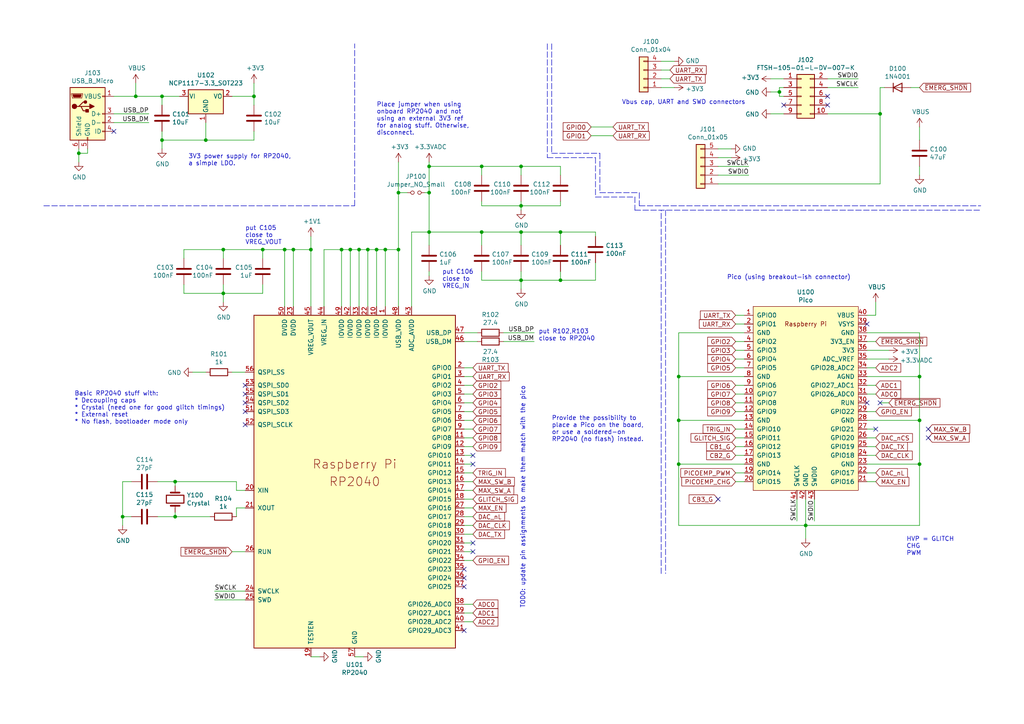
<source format=kicad_sch>
(kicad_sch (version 20211123) (generator eeschema)
  (paper "A4")
  (lib_symbols
    (symbol "Connector:USB_B_Micro" (pin_names (offset 1.016))
      (property "Reference" "J" (at -5.08 11.43 0))
      (property "Value" "USB_B_Micro" (at -5.08 8.89 0))
      (symbol "USB_B_Micro_1_1"
        (pin power_out line (at 7.62 5.08 180) (length 2.54) (name "VBUS") (number "1"))
        (pin bidirectional line (at 7.62 -2.54 180) (length 2.54) (name "D-") (number "2"))
        (pin bidirectional line (at 7.62 0 180) (length 2.54) (name "D+") (number "3"))
        (pin passive line (at 7.62 -5.08 180) (length 2.54) (name "ID") (number "4"))
        (pin power_out line (at 0 -10.16 90) (length 2.54) (name "GND") (number "5"))
        (pin passive line (at -2.54 -10.16 90) (length 2.54) (name "Shield") (number "6"))
      )
    )
    (symbol "Connector_Generic:Conn_01x04" (pin_names (offset 1.016) hide)
      (property "Reference" "J" (at 0 5.08 0))
      (property "Value" "Conn_01x04" (at 0 -7.62 0))
      (symbol "Conn_01x04_1_1"
        (pin passive line (at -5.08 2.54 0) (length 3.81) (name "Pin_1") (number "1"))
        (pin passive line (at -5.08 0 0) (length 3.81) (name "Pin_2") (number "2"))
        (pin passive line (at -5.08 -2.54 0) (length 3.81) (name "Pin_3") (number "3"))
        (pin passive line (at -5.08 -5.08 0) (length 3.81) (name "Pin_4") (number "4"))
      )
    )
    (symbol "Connector_Generic:Conn_01x05" (pin_names (offset 1.016) hide)
      (property "Reference" "J" (at 0 7.62 0))
      (property "Value" "Conn_01x05" (at 0 -7.62 0))
      (symbol "Conn_01x05_1_1"
        (pin passive line (at -5.08 5.08 0) (length 3.81) (name "Pin_1") (number "1"))
        (pin passive line (at -5.08 2.54 0) (length 3.81) (name "Pin_2") (number "2"))
        (pin passive line (at -5.08 0 0) (length 3.81) (name "Pin_3") (number "3"))
        (pin passive line (at -5.08 -2.54 0) (length 3.81) (name "Pin_4") (number "4"))
        (pin passive line (at -5.08 -5.08 0) (length 3.81) (name "Pin_5") (number "5"))
      )
    )
    (symbol "Connector_Generic:Conn_02x05_Odd_Even" (pin_names (offset 1.016) hide)
      (property "Reference" "J" (at 1.27 7.62 0))
      (property "Value" "Conn_02x05_Odd_Even" (at 1.27 -7.62 0))
      (symbol "Conn_02x05_Odd_Even_1_1"
        (pin passive line (at -5.08 5.08 0) (length 3.81) (name "Pin_1") (number "1"))
        (pin passive line (at 7.62 -5.08 180) (length 3.81) (name "Pin_10") (number "10"))
        (pin passive line (at 7.62 5.08 180) (length 3.81) (name "Pin_2") (number "2"))
        (pin passive line (at -5.08 2.54 0) (length 3.81) (name "Pin_3") (number "3"))
        (pin passive line (at 7.62 2.54 180) (length 3.81) (name "Pin_4") (number "4"))
        (pin passive line (at -5.08 0 0) (length 3.81) (name "Pin_5") (number "5"))
        (pin passive line (at 7.62 0 180) (length 3.81) (name "Pin_6") (number "6"))
        (pin passive line (at -5.08 -2.54 0) (length 3.81) (name "Pin_7") (number "7"))
        (pin passive line (at 7.62 -2.54 180) (length 3.81) (name "Pin_8") (number "8"))
        (pin passive line (at -5.08 -5.08 0) (length 3.81) (name "Pin_9") (number "9"))
      )
    )
    (symbol "Device:C" (pin_numbers hide) (pin_names (offset 0.254))
      (property "Reference" "C" (at 0.635 2.54 0))
      (property "Value" "C" (at 0.635 -2.54 0))
      (symbol "C_1_1"
        (pin passive line (at 0 3.81 270) (length 2.794) (name "~") (number "1"))
        (pin passive line (at 0 -3.81 90) (length 2.794) (name "~") (number "2"))
      )
    )
    (symbol "Device:Crystal" (pin_numbers hide) (pin_names (offset 1.016) hide)
      (property "Reference" "Y" (at 0 3.81 0))
      (property "Value" "Crystal" (at 0 -3.81 0))
      (symbol "Crystal_1_1"
        (pin passive line (at -3.81 0 0) (length 1.27) (name "1") (number "1"))
        (pin passive line (at 3.81 0 180) (length 1.27) (name "2") (number "2"))
      )
    )
    (symbol "Device:D" (pin_numbers hide) (pin_names (offset 1.016) hide)
      (property "Reference" "D" (at 0 2.54 0))
      (property "Value" "D" (at 0 -2.54 0))
      (symbol "D_1_1"
        (pin passive line (at -3.81 0 0) (length 2.54) (name "K") (number "1"))
        (pin passive line (at 3.81 0 180) (length 2.54) (name "A") (number "2"))
      )
    )
    (symbol "Device:Jumper_NO_Small" (pin_numbers hide) (pin_names (offset 0.762) hide)
      (property "Reference" "JP" (at 0 2.032 0))
      (property "Value" "Device_Jumper_NO_Small" (at 0.254 -1.524 0))
      (symbol "Jumper_NO_Small_0_1"
        (pin passive line (at -2.54 0 0) (length 1.016) (name "1") (number "1"))
        (pin passive line (at 2.54 0 180) (length 1.016) (name "2") (number "2"))
      )
    )
    (symbol "Device:R" (pin_numbers hide) (pin_names (offset 0))
      (property "Reference" "R" (at 2.032 0 90))
      (property "Value" "R" (at 0 0 90))
      (symbol "R_1_1"
        (pin passive line (at 0 3.81 270) (length 1.27) (name "~") (number "1"))
        (pin passive line (at 0 -3.81 90) (length 1.27) (name "~") (number "2"))
      )
    )
    (symbol "MCU_RaspberryPi_and_Boards:Pico" (pin_names (offset 1.016))
      (property "Reference" "U" (at -13.97 27.94 0))
      (property "Value" "Pico" (at 0 19.05 0))
      (symbol "Pico_0_0"
        (text "Raspberry Pi" (at 0 21.59 0) (effects (font (size 1.27 1.27))))
      )
      (symbol "Pico_1_1"
        (pin bidirectional line (at -17.78 24.13 0) (length 2.54) (name "GPIO0") (number "1"))
        (pin bidirectional line (at -17.78 1.27 0) (length 2.54) (name "GPIO7") (number "10"))
        (pin bidirectional line (at -17.78 -1.27 0) (length 2.54) (name "GPIO8") (number "11"))
        (pin bidirectional line (at -17.78 -3.81 0) (length 2.54) (name "GPIO9") (number "12"))
        (pin power_in line (at -17.78 -6.35 0) (length 2.54) (name "GND") (number "13"))
        (pin bidirectional line (at -17.78 -8.89 0) (length 2.54) (name "GPIO10") (number "14"))
        (pin bidirectional line (at -17.78 -11.43 0) (length 2.54) (name "GPIO11") (number "15"))
        (pin bidirectional line (at -17.78 -13.97 0) (length 2.54) (name "GPIO12") (number "16"))
        (pin bidirectional line (at -17.78 -16.51 0) (length 2.54) (name "GPIO13") (number "17"))
        (pin power_in line (at -17.78 -19.05 0) (length 2.54) (name "GND") (number "18"))
        (pin bidirectional line (at -17.78 -21.59 0) (length 2.54) (name "GPIO14") (number "19"))
        (pin bidirectional line (at -17.78 21.59 0) (length 2.54) (name "GPIO1") (number "2"))
        (pin bidirectional line (at -17.78 -24.13 0) (length 2.54) (name "GPIO15") (number "20"))
        (pin bidirectional line (at 17.78 -24.13 180) (length 2.54) (name "GPIO16") (number "21"))
        (pin bidirectional line (at 17.78 -21.59 180) (length 2.54) (name "GPIO17") (number "22"))
        (pin power_in line (at 17.78 -19.05 180) (length 2.54) (name "GND") (number "23"))
        (pin bidirectional line (at 17.78 -16.51 180) (length 2.54) (name "GPIO18") (number "24"))
        (pin bidirectional line (at 17.78 -13.97 180) (length 2.54) (name "GPIO19") (number "25"))
        (pin bidirectional line (at 17.78 -11.43 180) (length 2.54) (name "GPIO20") (number "26"))
        (pin bidirectional line (at 17.78 -8.89 180) (length 2.54) (name "GPIO21") (number "27"))
        (pin power_in line (at 17.78 -6.35 180) (length 2.54) (name "GND") (number "28"))
        (pin bidirectional line (at 17.78 -3.81 180) (length 2.54) (name "GPIO22") (number "29"))
        (pin power_in line (at -17.78 19.05 0) (length 2.54) (name "GND") (number "3"))
        (pin input line (at 17.78 -1.27 180) (length 2.54) (name "RUN") (number "30"))
        (pin bidirectional line (at 17.78 1.27 180) (length 2.54) (name "GPIO26_ADC0") (number "31"))
        (pin bidirectional line (at 17.78 3.81 180) (length 2.54) (name "GPIO27_ADC1") (number "32"))
        (pin power_in line (at 17.78 6.35 180) (length 2.54) (name "AGND") (number "33"))
        (pin bidirectional line (at 17.78 8.89 180) (length 2.54) (name "GPIO28_ADC2") (number "34"))
        (pin unspecified line (at 17.78 11.43 180) (length 2.54) (name "ADC_VREF") (number "35"))
        (pin unspecified line (at 17.78 13.97 180) (length 2.54) (name "3V3") (number "36"))
        (pin input line (at 17.78 16.51 180) (length 2.54) (name "3V3_EN") (number "37"))
        (pin bidirectional line (at 17.78 19.05 180) (length 2.54) (name "GND") (number "38"))
        (pin unspecified line (at 17.78 21.59 180) (length 2.54) (name "VSYS") (number "39"))
        (pin bidirectional line (at -17.78 16.51 0) (length 2.54) (name "GPIO2") (number "4"))
        (pin unspecified line (at 17.78 24.13 180) (length 2.54) (name "VBUS") (number "40"))
        (pin input line (at -2.54 -29.21 90) (length 2.54) (name "SWCLK") (number "41"))
        (pin power_in line (at 0 -29.21 90) (length 2.54) (name "GND") (number "42"))
        (pin bidirectional line (at 2.54 -29.21 90) (length 2.54) (name "SWDIO") (number "43"))
        (pin bidirectional line (at -17.78 13.97 0) (length 2.54) (name "GPIO3") (number "5"))
        (pin bidirectional line (at -17.78 11.43 0) (length 2.54) (name "GPIO4") (number "6"))
        (pin bidirectional line (at -17.78 8.89 0) (length 2.54) (name "GPIO5") (number "7"))
        (pin power_in line (at -17.78 6.35 0) (length 2.54) (name "GND") (number "8"))
        (pin bidirectional line (at -17.78 3.81 0) (length 2.54) (name "GPIO6") (number "9"))
      )
    )
    (symbol "MCU_RaspberryPi_and_Boards:RP2040" (pin_names (offset 1.016))
      (property "Reference" "U" (at -29.21 49.53 0))
      (property "Value" "RP2040" (at 24.13 -49.53 0))
      (symbol "RP2040_0_0"
        (text "Raspberry Pi" (at 0 5.08 0) (effects (font (size 2.54 2.54))))
        (text "RP2040" (at 0 0 0) (effects (font (size 2.54 2.54))))
      )
      (symbol "RP2040_1_1"
        (pin power_in line (at 8.89 50.8 270) (length 2.54) (name "IOVDD") (number "1"))
        (pin power_in line (at 6.35 50.8 270) (length 2.54) (name "IOVDD") (number "10"))
        (pin bidirectional line (at 31.75 12.7 180) (length 2.54) (name "GPIO8") (number "11"))
        (pin bidirectional line (at 31.75 10.16 180) (length 2.54) (name "GPIO9") (number "12"))
        (pin bidirectional line (at 31.75 7.62 180) (length 2.54) (name "GPIO10") (number "13"))
        (pin bidirectional line (at 31.75 5.08 180) (length 2.54) (name "GPIO11") (number "14"))
        (pin bidirectional line (at 31.75 2.54 180) (length 2.54) (name "GPIO12") (number "15"))
        (pin bidirectional line (at 31.75 0 180) (length 2.54) (name "GPIO13") (number "16"))
        (pin bidirectional line (at 31.75 -2.54 180) (length 2.54) (name "GPIO14") (number "17"))
        (pin bidirectional line (at 31.75 -5.08 180) (length 2.54) (name "GPIO15") (number "18"))
        (pin passive line (at -12.7 -50.8 90) (length 2.54) (name "TESTEN") (number "19"))
        (pin bidirectional line (at 31.75 33.02 180) (length 2.54) (name "GPIO0") (number "2"))
        (pin input line (at -31.75 -2.54 0) (length 2.54) (name "XIN") (number "20"))
        (pin passive line (at -31.75 -7.62 0) (length 2.54) (name "XOUT") (number "21"))
        (pin power_in line (at 3.81 50.8 270) (length 2.54) (name "IOVDD") (number "22"))
        (pin power_in line (at -17.78 50.8 270) (length 2.54) (name "DVDD") (number "23"))
        (pin output line (at -31.75 -31.75 0) (length 2.54) (name "SWCLK") (number "24"))
        (pin bidirectional line (at -31.75 -34.29 0) (length 2.54) (name "SWD") (number "25"))
        (pin input line (at -31.75 -20.32 0) (length 2.54) (name "RUN") (number "26"))
        (pin bidirectional line (at 31.75 -7.62 180) (length 2.54) (name "GPIO16") (number "27"))
        (pin bidirectional line (at 31.75 -10.16 180) (length 2.54) (name "GPIO17") (number "28"))
        (pin bidirectional line (at 31.75 -12.7 180) (length 2.54) (name "GPIO18") (number "29"))
        (pin bidirectional line (at 31.75 30.48 180) (length 2.54) (name "GPIO1") (number "3"))
        (pin bidirectional line (at 31.75 -15.24 180) (length 2.54) (name "GPIO19") (number "30"))
        (pin bidirectional line (at 31.75 -17.78 180) (length 2.54) (name "GPIO20") (number "31"))
        (pin bidirectional line (at 31.75 -20.32 180) (length 2.54) (name "GPIO21") (number "32"))
        (pin power_in line (at 1.27 50.8 270) (length 2.54) (name "IOVDD") (number "33"))
        (pin bidirectional line (at 31.75 -22.86 180) (length 2.54) (name "GPIO22") (number "34"))
        (pin bidirectional line (at 31.75 -25.4 180) (length 2.54) (name "GPIO23") (number "35"))
        (pin bidirectional line (at 31.75 -27.94 180) (length 2.54) (name "GPIO24") (number "36"))
        (pin bidirectional line (at 31.75 -30.48 180) (length 2.54) (name "GPIO25") (number "37"))
        (pin bidirectional line (at 31.75 -35.56 180) (length 2.54) (name "GPIO26_ADC0") (number "38"))
        (pin bidirectional line (at 31.75 -38.1 180) (length 2.54) (name "GPIO27_ADC1") (number "39"))
        (pin bidirectional line (at 31.75 27.94 180) (length 2.54) (name "GPIO2") (number "4"))
        (pin bidirectional line (at 31.75 -40.64 180) (length 2.54) (name "GPIO28_ADC2") (number "40"))
        (pin bidirectional line (at 31.75 -43.18 180) (length 2.54) (name "GPIO29_ADC3") (number "41"))
        (pin power_in line (at -1.27 50.8 270) (length 2.54) (name "IOVDD") (number "42"))
        (pin power_in line (at 16.51 50.8 270) (length 2.54) (name "ADC_AVDD") (number "43"))
        (pin power_in line (at -8.89 50.8 270) (length 2.54) (name "VREG_IN") (number "44"))
        (pin power_out line (at -12.7 50.8 270) (length 2.54) (name "VREG_VOUT") (number "45"))
        (pin bidirectional line (at 31.75 40.64 180) (length 2.54) (name "USB_DM") (number "46"))
        (pin bidirectional line (at 31.75 43.18 180) (length 2.54) (name "USB_DP") (number "47"))
        (pin power_in line (at 12.7 50.8 270) (length 2.54) (name "USB_VDD") (number "48"))
        (pin power_in line (at -3.81 50.8 270) (length 2.54) (name "IOVDD") (number "49"))
        (pin bidirectional line (at 31.75 25.4 180) (length 2.54) (name "GPIO3") (number "5"))
        (pin power_in line (at -20.32 50.8 270) (length 2.54) (name "DVDD") (number "50"))
        (pin bidirectional line (at -31.75 20.32 0) (length 2.54) (name "QSPI_SD3") (number "51"))
        (pin output line (at -31.75 16.51 0) (length 2.54) (name "QSPI_SCLK") (number "52"))
        (pin bidirectional line (at -31.75 27.94 0) (length 2.54) (name "QSPI_SD0") (number "53"))
        (pin bidirectional line (at -31.75 22.86 0) (length 2.54) (name "QSPI_SD2") (number "54"))
        (pin bidirectional line (at -31.75 25.4 0) (length 2.54) (name "QSPI_SD1") (number "55"))
        (pin bidirectional line (at -31.75 31.75 0) (length 2.54) (name "QSPI_SS") (number "56"))
        (pin power_in line (at 0 -50.8 90) (length 2.54) (name "GND") (number "57"))
        (pin bidirectional line (at 31.75 22.86 180) (length 2.54) (name "GPIO4") (number "6"))
        (pin bidirectional line (at 31.75 20.32 180) (length 2.54) (name "GPIO5") (number "7"))
        (pin bidirectional line (at 31.75 17.78 180) (length 2.54) (name "GPIO6") (number "8"))
        (pin bidirectional line (at 31.75 15.24 180) (length 2.54) (name "GPIO7") (number "9"))
      )
    )
    (symbol "Regulator_Linear:NCP1117-3.3_SOT223" (pin_names (offset 0.254))
      (property "Reference" "U" (at -3.81 3.175 0))
      (property "Value" "NCP1117-3.3_SOT223" (at 0 3.175 0))
      (symbol "NCP1117-3.3_SOT223_1_1"
        (pin power_in line (at 0 -7.62 90) (length 2.54) (name "GND") (number "1"))
        (pin power_out line (at 7.62 0 180) (length 2.54) (name "VO") (number "2"))
        (pin power_in line (at -7.62 0 0) (length 2.54) (name "VI") (number "3"))
      )
    )
    (symbol "power:+1V1" (power) (pin_names (offset 0))
      (property "Value" "+1V1" (at 0 3.556 0))
      (symbol "+1V1_1_1"
        (pin power_in line (at 0 0 90) (length 0) hide (name "+1V1") (number "1"))
      )
    )
    (symbol "power:+3.3VADC" (power) (pin_names (offset 0))
      (property "Value" "+3.3VADC" (at 0 2.54 0))
      (symbol "+3.3VADC_0_0"
        (pin power_in line (at 0 0 90) (length 0) hide (name "+3.3VADC") (number "1"))
      )
    )
    (symbol "power:+3V3" (power) (pin_names (offset 0))
      (property "Value" "+3V3" (at 0 3.556 0))
      (symbol "+3V3_1_1"
        (pin power_in line (at 0 0 90) (length 0) hide (name "+3V3") (number "1"))
      )
    )
    (symbol "power:GND" (power) (pin_names (offset 0))
      (property "Value" "GND" (at 0 -3.81 0))
      (symbol "GND_1_1"
        (pin power_in line (at 0 0 270) (length 0) hide (name "GND") (number "1"))
      )
    )
    (symbol "power:VBUS" (power) (pin_names (offset 0))
      (property "Value" "VBUS" (at 0 3.81 0))
      (symbol "VBUS_1_1"
        (pin power_in line (at 0 0 90) (length 0) hide (name "VBUS") (number "1"))
      )
    )
  )
  (junction (at 233.68 152.4))
  (junction (at 151.13 81.28))
  (junction (at 82.55 72.39))
  (junction (at 266.7 109.22))
  (junction (at 90.17 72.39))
  (junction (at 59.69 40.64))
  (junction (at 162.56 67.31))
  (junction (at 104.14 72.39))
  (junction (at 106.68 72.39))
  (junction (at 115.57 55.88))
  (junction (at 124.46 55.88))
  (junction (at 196.85 134.62))
  (junction (at 76.2 72.39))
  (junction (at 255.27 33.02))
  (junction (at 111.76 72.39))
  (junction (at 109.22 72.39))
  (junction (at 139.7 67.31))
  (junction (at 99.06 72.39))
  (junction (at 115.57 72.39))
  (junction (at 46.99 40.64))
  (junction (at 139.7 48.26))
  (junction (at 124.46 67.31))
  (junction (at 39.37 27.94))
  (junction (at 196.85 109.22))
  (junction (at 124.46 48.26))
  (junction (at 50.8 139.7))
  (junction (at 266.7 121.92))
  (junction (at 266.7 134.62))
  (junction (at 151.13 59.69))
  (junction (at 50.8 149.86))
  (junction (at 22.86 44.45))
  (junction (at 64.77 85.09))
  (junction (at 85.09 72.39))
  (junction (at 151.13 67.31))
  (junction (at 226.06 26.67))
  (junction (at 151.13 48.26))
  (junction (at 35.56 149.86))
  (junction (at 64.77 72.39))
  (junction (at 196.85 121.92))
  (junction (at 101.6 72.39))
  (junction (at 73.66 27.94))
  (junction (at 46.99 27.94))
  (junction (at 162.56 81.28))
  (no_connect (at 251.46 116.84))
  (no_connect (at 269.24 127))
  (no_connect (at 269.24 124.46))
  (no_connect (at 134.62 170.18))
  (no_connect (at 134.62 182.88))
  (no_connect (at 71.12 114.3))
  (no_connect (at 71.12 123.19))
  (no_connect (at 227.33 30.48))
  (no_connect (at 137.16 160.02))
  (no_connect (at 33.02 38.1))
  (no_connect (at 255.27 116.84))
  (no_connect (at 71.12 111.76))
  (no_connect (at 240.03 27.94))
  (no_connect (at 134.62 167.64))
  (no_connect (at 251.46 93.98))
  (no_connect (at 137.16 132.08))
  (no_connect (at 137.16 134.62))
  (no_connect (at 137.16 157.48))
  (no_connect (at 208.28 144.78))
  (no_connect (at 254 124.46))
  (no_connect (at 134.62 165.1))
  (no_connect (at 71.12 119.38))
  (no_connect (at 240.03 30.48))
  (no_connect (at 71.12 116.84))
  (wire (pts (xy 67.31 107.95) (xy 71.12 107.95)))
  (wire (pts (xy 215.9 129.54) (xy 213.36 129.54)))
  (wire (pts (xy 137.16 157.48) (xy 134.62 157.48)))
  (wire (pts (xy 115.57 55.88) (xy 115.57 72.39)))
  (wire (pts (xy 139.7 67.31) (xy 151.13 67.31)))
  (wire (pts (xy 71.12 142.24) (xy 68.58 142.24)))
  (wire (pts (xy 226.06 26.67) (xy 223.52 26.67)))
  (wire (pts (xy 53.34 85.09) (xy 53.34 82.55)))
  (wire (pts (xy 53.34 72.39) (xy 64.77 72.39)))
  (wire (pts (xy 196.85 121.92) (xy 196.85 134.62)))
  (wire (pts (xy 251.46 132.08) (xy 254 132.08)))
  (wire (pts (xy 134.62 106.68) (xy 137.16 106.68)))
  (wire (pts (xy 151.13 59.69) (xy 162.56 59.69)))
  (wire (pts (xy 266.7 134.62) (xy 266.7 121.92)))
  (wire (pts (xy 134.62 119.38) (xy 137.16 119.38)))
  (wire (pts (xy 139.7 81.28) (xy 139.7 78.74)))
  (wire (pts (xy 146.05 96.52) (xy 154.94 96.52)))
  (wire (pts (xy 215.9 96.52) (xy 196.85 96.52)))
  (wire (pts (xy 266.7 40.64) (xy 266.7 36.83)))
  (polyline (pts (xy 185.42 55.88) (xy 185.42 59.69)))
  (wire (pts (xy 233.68 152.4) (xy 233.68 156.21)))
  (wire (pts (xy 226.06 27.94) (xy 227.33 27.94)))
  (polyline (pts (xy 173.99 44.45) (xy 173.99 55.88)))
  (wire (pts (xy 226.06 26.67) (xy 226.06 27.94)))
  (wire (pts (xy 50.8 140.97) (xy 50.8 139.7)))
  (wire (pts (xy 134.62 111.76) (xy 137.16 111.76)))
  (wire (pts (xy 137.16 124.46) (xy 134.62 124.46)))
  (wire (pts (xy 73.66 27.94) (xy 73.66 30.48)))
  (wire (pts (xy 134.62 132.08) (xy 137.16 132.08)))
  (wire (pts (xy 213.36 119.38) (xy 215.9 119.38)))
  (wire (pts (xy 162.56 59.69) (xy 162.56 58.42)))
  (wire (pts (xy 76.2 72.39) (xy 76.2 74.93)))
  (wire (pts (xy 171.45 36.83) (xy 177.8 36.83)))
  (wire (pts (xy 119.38 67.31) (xy 119.38 88.9)))
  (wire (pts (xy 257.81 101.6) (xy 251.46 101.6)))
  (wire (pts (xy 134.62 137.16) (xy 137.16 137.16)))
  (wire (pts (xy 266.7 50.8) (xy 266.7 48.26)))
  (wire (pts (xy 196.85 121.92) (xy 196.85 109.22)))
  (wire (pts (xy 151.13 81.28) (xy 139.7 81.28)))
  (wire (pts (xy 251.46 111.76) (xy 254 111.76)))
  (wire (pts (xy 137.16 177.8) (xy 134.62 177.8)))
  (wire (pts (xy 266.7 109.22) (xy 251.46 109.22)))
  (wire (pts (xy 171.45 39.37) (xy 177.8 39.37)))
  (wire (pts (xy 137.16 144.78) (xy 134.62 144.78)))
  (wire (pts (xy 45.72 149.86) (xy 50.8 149.86)))
  (polyline (pts (xy 158.75 12.7) (xy 158.75 45.72)))
  (polyline (pts (xy 172.72 57.15) (xy 184.15 57.15)))
  (wire (pts (xy 213.36 106.68) (xy 215.9 106.68)))
  (wire (pts (xy 208.28 53.34) (xy 255.27 53.34)))
  (wire (pts (xy 137.16 162.56) (xy 134.62 162.56)))
  (wire (pts (xy 73.66 40.64) (xy 73.66 38.1)))
  (wire (pts (xy 213.36 139.7) (xy 215.9 139.7)))
  (wire (pts (xy 162.56 81.28) (xy 151.13 81.28)))
  (wire (pts (xy 151.13 78.74) (xy 151.13 81.28)))
  (wire (pts (xy 255.27 53.34) (xy 255.27 33.02)))
  (wire (pts (xy 124.46 55.88) (xy 124.46 67.31)))
  (wire (pts (xy 52.07 27.94) (xy 46.99 27.94)))
  (wire (pts (xy 134.62 147.32) (xy 137.16 147.32)))
  (wire (pts (xy 46.99 43.18) (xy 46.99 40.64)))
  (wire (pts (xy 46.99 40.64) (xy 59.69 40.64)))
  (wire (pts (xy 139.7 67.31) (xy 139.7 71.12)))
  (wire (pts (xy 172.72 67.31) (xy 172.72 68.58)))
  (wire (pts (xy 111.76 72.39) (xy 115.57 72.39)))
  (wire (pts (xy 137.16 134.62) (xy 134.62 134.62)))
  (wire (pts (xy 105.41 190.5) (xy 102.87 190.5)))
  (wire (pts (xy 257.81 116.84) (xy 255.27 116.84)))
  (wire (pts (xy 124.46 55.88) (xy 124.46 48.26)))
  (wire (pts (xy 233.68 144.78) (xy 233.68 152.4)))
  (wire (pts (xy 101.6 88.9) (xy 101.6 72.39)))
  (wire (pts (xy 35.56 139.7) (xy 38.1 139.7)))
  (wire (pts (xy 251.46 91.44) (xy 254 91.44)))
  (wire (pts (xy 266.7 96.52) (xy 251.46 96.52)))
  (wire (pts (xy 139.7 58.42) (xy 139.7 59.69)))
  (wire (pts (xy 213.36 127) (xy 215.9 127)))
  (wire (pts (xy 255.27 25.4) (xy 255.27 33.02)))
  (wire (pts (xy 139.7 48.26) (xy 139.7 50.8)))
  (wire (pts (xy 134.62 127) (xy 137.16 127)))
  (wire (pts (xy 64.77 72.39) (xy 64.77 74.93)))
  (wire (pts (xy 50.8 139.7) (xy 68.58 139.7)))
  (wire (pts (xy 172.72 76.2) (xy 172.72 81.28)))
  (wire (pts (xy 213.36 132.08) (xy 215.9 132.08)))
  (wire (pts (xy 134.62 121.92) (xy 137.16 121.92)))
  (wire (pts (xy 208.28 48.26) (xy 217.17 48.26)))
  (wire (pts (xy 109.22 72.39) (xy 111.76 72.39)))
  (wire (pts (xy 93.98 88.9) (xy 93.98 72.39)))
  (wire (pts (xy 191.77 17.78) (xy 195.58 17.78)))
  (wire (pts (xy 134.62 99.06) (xy 138.43 99.06)))
  (wire (pts (xy 162.56 78.74) (xy 162.56 81.28)))
  (wire (pts (xy 137.16 149.86) (xy 134.62 149.86)))
  (wire (pts (xy 137.16 116.84) (xy 134.62 116.84)))
  (wire (pts (xy 196.85 109.22) (xy 215.9 109.22)))
  (wire (pts (xy 266.7 121.92) (xy 251.46 121.92)))
  (polyline (pts (xy 158.75 45.72) (xy 172.72 45.72)))
  (wire (pts (xy 240.03 33.02) (xy 255.27 33.02)))
  (polyline (pts (xy 191.77 166.37) (xy 191.77 60.96)))
  (wire (pts (xy 25.4 44.45) (xy 25.4 43.18)))
  (wire (pts (xy 208.28 43.18) (xy 212.09 43.18)))
  (wire (pts (xy 134.62 180.34) (xy 137.16 180.34)))
  (wire (pts (xy 115.57 46.99) (xy 115.57 55.88)))
  (wire (pts (xy 115.57 88.9) (xy 115.57 72.39)))
  (wire (pts (xy 104.14 72.39) (xy 106.68 72.39)))
  (wire (pts (xy 151.13 48.26) (xy 162.56 48.26)))
  (wire (pts (xy 67.31 27.94) (xy 73.66 27.94)))
  (wire (pts (xy 255.27 25.4) (xy 256.54 25.4)))
  (wire (pts (xy 254 119.38) (xy 251.46 119.38)))
  (wire (pts (xy 60.96 149.86) (xy 50.8 149.86)))
  (wire (pts (xy 46.99 40.64) (xy 46.99 38.1)))
  (wire (pts (xy 266.7 152.4) (xy 266.7 134.62)))
  (wire (pts (xy 82.55 72.39) (xy 82.55 88.9)))
  (wire (pts (xy 68.58 139.7) (xy 68.58 142.24)))
  (wire (pts (xy 33.02 33.02) (xy 43.18 33.02)))
  (wire (pts (xy 264.16 25.4) (xy 266.7 25.4)))
  (wire (pts (xy 254 137.16) (xy 251.46 137.16)))
  (wire (pts (xy 64.77 85.09) (xy 76.2 85.09)))
  (polyline (pts (xy 160.02 44.45) (xy 173.99 44.45)))
  (wire (pts (xy 196.85 152.4) (xy 233.68 152.4)))
  (wire (pts (xy 254 91.44) (xy 254 87.63)))
  (wire (pts (xy 146.05 99.06) (xy 154.94 99.06)))
  (wire (pts (xy 35.56 152.4) (xy 35.56 149.86)))
  (wire (pts (xy 123.19 55.88) (xy 124.46 55.88)))
  (wire (pts (xy 139.7 48.26) (xy 151.13 48.26)))
  (wire (pts (xy 68.58 147.32) (xy 71.12 147.32)))
  (wire (pts (xy 118.11 55.88) (xy 115.57 55.88)))
  (wire (pts (xy 134.62 96.52) (xy 138.43 96.52)))
  (wire (pts (xy 233.68 152.4) (xy 266.7 152.4)))
  (wire (pts (xy 124.46 71.12) (xy 124.46 67.31)))
  (wire (pts (xy 240.03 25.4) (xy 248.92 25.4)))
  (wire (pts (xy 134.62 160.02) (xy 137.16 160.02)))
  (wire (pts (xy 99.06 72.39) (xy 101.6 72.39)))
  (wire (pts (xy 39.37 24.13) (xy 39.37 27.94)))
  (wire (pts (xy 38.1 149.86) (xy 35.56 149.86)))
  (polyline (pts (xy 185.42 59.69) (xy 284.48 59.69)))
  (wire (pts (xy 226.06 25.4) (xy 226.06 26.67)))
  (wire (pts (xy 162.56 67.31) (xy 172.72 67.31)))
  (wire (pts (xy 240.03 22.86) (xy 248.92 22.86)))
  (wire (pts (xy 101.6 72.39) (xy 104.14 72.39)))
  (wire (pts (xy 251.46 127) (xy 254 127)))
  (wire (pts (xy 215.9 124.46) (xy 213.36 124.46)))
  (wire (pts (xy 99.06 88.9) (xy 99.06 72.39)))
  (wire (pts (xy 50.8 149.86) (xy 50.8 148.59)))
  (wire (pts (xy 35.56 149.86) (xy 35.56 139.7)))
  (wire (pts (xy 137.16 154.94) (xy 134.62 154.94)))
  (wire (pts (xy 62.23 171.45) (xy 71.12 171.45)))
  (polyline (pts (xy 184.15 57.15) (xy 184.15 60.96)))
  (wire (pts (xy 227.33 33.02) (xy 223.52 33.02)))
  (wire (pts (xy 64.77 82.55) (xy 64.77 85.09)))
  (wire (pts (xy 151.13 81.28) (xy 151.13 83.82)))
  (wire (pts (xy 137.16 139.7) (xy 134.62 139.7)))
  (wire (pts (xy 151.13 59.69) (xy 151.13 60.96)))
  (wire (pts (xy 134.62 175.26) (xy 137.16 175.26)))
  (polyline (pts (xy 172.72 45.72) (xy 172.72 57.15)))
  (polyline (pts (xy 173.99 55.88) (xy 185.42 55.88)))
  (wire (pts (xy 254 124.46) (xy 251.46 124.46)))
  (wire (pts (xy 213.36 93.98) (xy 215.9 93.98)))
  (wire (pts (xy 137.16 129.54) (xy 134.62 129.54)))
  (wire (pts (xy 62.23 173.99) (xy 71.12 173.99)))
  (wire (pts (xy 162.56 48.26) (xy 162.56 50.8)))
  (wire (pts (xy 106.68 88.9) (xy 106.68 72.39)))
  (wire (pts (xy 124.46 48.26) (xy 139.7 48.26)))
  (polyline (pts (xy 193.04 60.96) (xy 193.04 166.37)))
  (wire (pts (xy 67.31 160.02) (xy 71.12 160.02)))
  (wire (pts (xy 55.88 107.95) (xy 59.69 107.95)))
  (wire (pts (xy 106.68 72.39) (xy 109.22 72.39)))
  (wire (pts (xy 90.17 190.5) (xy 92.71 190.5)))
  (wire (pts (xy 39.37 27.94) (xy 46.99 27.94)))
  (wire (pts (xy 151.13 67.31) (xy 151.13 71.12)))
  (wire (pts (xy 134.62 152.4) (xy 137.16 152.4)))
  (wire (pts (xy 85.09 72.39) (xy 90.17 72.39)))
  (wire (pts (xy 53.34 85.09) (xy 64.77 85.09)))
  (wire (pts (xy 151.13 48.26) (xy 151.13 50.8)))
  (wire (pts (xy 22.86 44.45) (xy 22.86 43.18)))
  (wire (pts (xy 104.14 88.9) (xy 104.14 72.39)))
  (wire (pts (xy 227.33 25.4) (xy 226.06 25.4)))
  (wire (pts (xy 172.72 81.28) (xy 162.56 81.28)))
  (wire (pts (xy 90.17 68.58) (xy 90.17 72.39)))
  (wire (pts (xy 257.81 104.14) (xy 251.46 104.14)))
  (wire (pts (xy 266.7 121.92) (xy 266.7 109.22)))
  (polyline (pts (xy 102.87 59.69) (xy 102.87 12.7)))
  (wire (pts (xy 93.98 72.39) (xy 99.06 72.39)))
  (wire (pts (xy 137.16 109.22) (xy 134.62 109.22)))
  (wire (pts (xy 196.85 134.62) (xy 215.9 134.62)))
  (wire (pts (xy 68.58 149.86) (xy 68.58 147.32)))
  (wire (pts (xy 85.09 72.39) (xy 85.09 88.9)))
  (wire (pts (xy 76.2 72.39) (xy 82.55 72.39)))
  (wire (pts (xy 111.76 88.9) (xy 111.76 72.39)))
  (wire (pts (xy 215.9 137.16) (xy 213.36 137.16)))
  (wire (pts (xy 82.55 72.39) (xy 85.09 72.39)))
  (wire (pts (xy 254 114.3) (xy 251.46 114.3)))
  (wire (pts (xy 227.33 22.86) (xy 223.52 22.86)))
  (wire (pts (xy 64.77 72.39) (xy 76.2 72.39)))
  (wire (pts (xy 33.02 35.56) (xy 43.18 35.56)))
  (wire (pts (xy 215.9 121.92) (xy 196.85 121.92)))
  (wire (pts (xy 254 99.06) (xy 251.46 99.06)))
  (wire (pts (xy 194.31 20.32) (xy 191.77 20.32)))
  (wire (pts (xy 39.37 27.94) (xy 33.02 27.94)))
  (wire (pts (xy 266.7 109.22) (xy 266.7 96.52)))
  (polyline (pts (xy 184.15 60.96) (xy 284.48 60.96)))
  (wire (pts (xy 50.8 139.7) (xy 45.72 139.7)))
  (wire (pts (xy 191.77 25.4) (xy 195.58 25.4)))
  (wire (pts (xy 64.77 85.09) (xy 64.77 87.63)))
  (wire (pts (xy 266.7 134.62) (xy 251.46 134.62)))
  (wire (pts (xy 124.46 67.31) (xy 139.7 67.31)))
  (wire (pts (xy 215.9 99.06) (xy 213.36 99.06)))
  (wire (pts (xy 59.69 40.64) (xy 59.69 35.56)))
  (wire (pts (xy 46.99 27.94) (xy 46.99 30.48)))
  (wire (pts (xy 215.9 101.6) (xy 213.36 101.6)))
  (wire (pts (xy 208.28 45.72) (xy 212.09 45.72)))
  (wire (pts (xy 208.28 50.8) (xy 217.17 50.8)))
  (wire (pts (xy 231.14 144.78) (xy 231.14 151.13)))
  (wire (pts (xy 151.13 67.31) (xy 162.56 67.31)))
  (wire (pts (xy 251.46 139.7) (xy 254 139.7)))
  (wire (pts (xy 196.85 134.62) (xy 196.85 152.4)))
  (wire (pts (xy 151.13 58.42) (xy 151.13 59.69)))
  (wire (pts (xy 215.9 91.44) (xy 213.36 91.44)))
  (wire (pts (xy 139.7 59.69) (xy 151.13 59.69)))
  (wire (pts (xy 134.62 114.3) (xy 137.16 114.3)))
  (wire (pts (xy 213.36 104.14) (xy 215.9 104.14)))
  (wire (pts (xy 124.46 80.01) (xy 124.46 78.74)))
  (wire (pts (xy 162.56 67.31) (xy 162.56 71.12)))
  (wire (pts (xy 76.2 82.55) (xy 76.2 85.09)))
  (wire (pts (xy 196.85 96.52) (xy 196.85 109.22)))
  (wire (pts (xy 191.77 22.86) (xy 194.31 22.86)))
  (wire (pts (xy 215.9 111.76) (xy 213.36 111.76)))
  (wire (pts (xy 251.46 106.68) (xy 254 106.68)))
  (wire (pts (xy 124.46 67.31) (xy 119.38 67.31)))
  (wire (pts (xy 109.22 88.9) (xy 109.22 72.39)))
  (wire (pts (xy 53.34 74.93) (xy 53.34 72.39)))
  (wire (pts (xy 254 129.54) (xy 251.46 129.54)))
  (wire (pts (xy 59.69 40.64) (xy 73.66 40.64)))
  (wire (pts (xy 22.86 44.45) (xy 25.4 44.45)))
  (wire (pts (xy 22.86 46.99) (xy 22.86 44.45)))
  (wire (pts (xy 134.62 142.24) (xy 137.16 142.24)))
  (wire (pts (xy 73.66 27.94) (xy 73.66 24.13)))
  (wire (pts (xy 124.46 48.26) (xy 124.46 46.99)))
  (wire (pts (xy 215.9 116.84) (xy 213.36 116.84)))
  (wire (pts (xy 90.17 72.39) (xy 90.17 88.9)))
  (wire (pts (xy 236.22 144.78) (xy 236.22 151.13)))
  (wire (pts (xy 213.36 114.3) (xy 215.9 114.3)))
  (polyline (pts (xy 160.02 12.7) (xy 160.02 44.45)))
  (polyline (pts (xy 12.7 59.69) (xy 102.87 59.69)))
  (text "Place jumper when using\nonboard RP2040 and not\nusing an external 3V3 ref\nfor analog stuff. Otherwise,\ndisconnect." (at 109.22 39.37 0) (effects (font (size 1.27 1.27)) (justify left bottom)))
  (text "TODO: update pin assignments to make them match with the pico" (at 152.4 176.53 90) (effects (font (size 1.27 1.27)) (justify left bottom)))
  (text "put C106\nclose to\nVREG_IN" (at 128.27 83.82 0) (effects (font (size 1.27 1.27)) (justify left bottom)))
  (text "Vbus cap, UART and SWD connectors" (at 180.34 30.48 0) (effects (font (size 1.27 1.27)) (justify left bottom)))
  (text "HVP = GLITCH\nCHG\nPWM" (at 262.89 161.29 0) (effects (font (size 1.27 1.27)) (justify left bottom)))
  (text "put C105\nclose to\nVREG_VOUT" (at 71.12 71.12 0) (effects (font (size 1.27 1.27)) (justify left bottom)))
  (text "Pico (using breakout-ish connector)" (at 210.82 81.28 0) (effects (font (size 1.27 1.27)) (justify left bottom)))
  (text "3V3 power supply for RP2040,\na simple LDO." (at 54.61 48.26 0) (effects (font (size 1.27 1.27)) (justify left bottom)))
  (text "put R102,R103\nclose to RP2040" (at 156.21 99.06 0) (effects (font (size 1.27 1.27)) (justify left bottom)))
  (text "Basic RP2040 stuff with:\n* Decoupling caps\n* Crystal (need one for good glitch timings)\n* External reset\n* No flash, bootloader mode only" (at 21.59 123.19 0) (effects (font (size 1.27 1.27)) (justify left bottom)))
  (text "Provide the possibility to\nplace a Pico on the board,\nor use a soldered-on\nRP2040 (no flash) instead." (at 160.02 128.27 0) (effects (font (size 1.27 1.27)) (justify left bottom)))
  (label "SWCLK" (at 217.17 48.26 180))
  (label "USB_DM" (at 43.18 35.56 180))
  (label "SWCLK" (at 62.23 171.45 0))
  (label "USB_DM" (at 154.94 99.06 180))
  (label "SWDIO" (at 236.22 151.13 90))
  (label "SWDIO" (at 248.92 22.86 180))
  (label "USB_DP" (at 43.18 33.02 180))
  (label "SWCLK" (at 248.92 25.4 180))
  (label "USB_DP" (at 154.94 96.52 180))
  (label "SWDIO" (at 62.23 173.99 0))
  (label "SWDIO" (at 217.17 50.8 180))
  (label "SWCLK" (at 231.14 151.13 90))
  (global_label "CB1_G" (shape input) (at 213.36 129.54 180) (property "Intersheet References" "${INTERSHEET_REFS}" (effects hide)))
  (global_label "GPIO2" (shape input) (at 137.16 111.76 0) (property "Intersheet References" "${INTERSHEET_REFS}" (effects hide)))
  (global_label "~{EMERG_SHDN}" (shape input) (at 67.31 160.02 180) (property "Intersheet References" "${INTERSHEET_REFS}" (effects hide)))
  (global_label "ADC0" (shape input) (at 137.16 175.26 0) (property "Intersheet References" "${INTERSHEET_REFS}" (effects hide)))
  (global_label "DAC_nL" (shape input) (at 254 137.16 0) (property "Intersheet References" "${INTERSHEET_REFS}" (effects hide)))
  (global_label "TRIG_IN" (shape input) (at 137.16 137.16 0) (property "Intersheet References" "${INTERSHEET_REFS}" (effects hide)))
  (global_label "ADC2" (shape input) (at 254 106.68 0) (property "Intersheet References" "${INTERSHEET_REFS}" (effects hide)))
  (global_label "TRIG_IN" (shape input) (at 213.36 124.46 180) (property "Intersheet References" "${INTERSHEET_REFS}" (effects hide)))
  (global_label "ADC1" (shape input) (at 137.16 177.8 0) (property "Intersheet References" "${INTERSHEET_REFS}" (effects hide)))
  (global_label "GPIO_EN" (shape input) (at 137.16 162.56 0) (property "Intersheet References" "${INTERSHEET_REFS}" (effects hide)))
  (global_label "MAX_SW_B" (shape input) (at 137.16 139.7 0) (property "Intersheet References" "${INTERSHEET_REFS}" (effects hide)))
  (global_label "GPIO7" (shape input) (at 137.16 124.46 0) (property "Intersheet References" "${INTERSHEET_REFS}" (effects hide)))
  (global_label "DAC_nCS" (shape input) (at 254 127 0) (property "Intersheet References" "${INTERSHEET_REFS}" (effects hide)))
  (global_label "MAX_SW_A" (shape input) (at 269.24 127 0) (property "Intersheet References" "${INTERSHEET_REFS}" (effects hide)))
  (global_label "UART_RX" (shape input) (at 177.8 39.37 0) (property "Intersheet References" "${INTERSHEET_REFS}" (effects hide)))
  (global_label "GPIO5" (shape input) (at 213.36 106.68 180) (property "Intersheet References" "${INTERSHEET_REFS}" (effects hide)))
  (global_label "~{EMERG_SHDN}" (shape input) (at 266.7 25.4 0) (property "Intersheet References" "${INTERSHEET_REFS}" (effects hide)))
  (global_label "GPIO4" (shape input) (at 213.36 104.14 180) (property "Intersheet References" "${INTERSHEET_REFS}" (effects hide)))
  (global_label "MAX_SW_A" (shape input) (at 137.16 142.24 0) (property "Intersheet References" "${INTERSHEET_REFS}" (effects hide)))
  (global_label "GLITCH_SIG" (shape input) (at 137.16 144.78 0) (property "Intersheet References" "${INTERSHEET_REFS}" (effects hide)))
  (global_label "~{EMERG_SHDN}" (shape input) (at 254 99.06 0) (property "Intersheet References" "${INTERSHEET_REFS}" (effects hide)))
  (global_label "GPIO7" (shape input) (at 213.36 114.3 180) (property "Intersheet References" "${INTERSHEET_REFS}" (effects hide)))
  (global_label "CB3_G" (shape input) (at 208.28 144.78 180) (property "Intersheet References" "${INTERSHEET_REFS}" (effects hide)))
  (global_label "ADC1" (shape input) (at 254 111.76 0) (property "Intersheet References" "${INTERSHEET_REFS}" (effects hide)))
  (global_label "~{EMERG_SHDN}" (shape input) (at 257.81 116.84 0) (property "Intersheet References" "${INTERSHEET_REFS}" (effects hide)))
  (global_label "GPIO6" (shape input) (at 137.16 121.92 0) (property "Intersheet References" "${INTERSHEET_REFS}" (effects hide)))
  (global_label "UART_RX" (shape input) (at 213.36 93.98 180) (property "Intersheet References" "${INTERSHEET_REFS}" (effects hide)))
  (global_label "DAC_nL" (shape input) (at 137.16 149.86 0) (property "Intersheet References" "${INTERSHEET_REFS}" (effects hide)))
  (global_label "CB2_G" (shape input) (at 213.36 132.08 180) (property "Intersheet References" "${INTERSHEET_REFS}" (effects hide)))
  (global_label "GPIO3" (shape input) (at 213.36 101.6 180) (property "Intersheet References" "${INTERSHEET_REFS}" (effects hide)))
  (global_label "UART_TX" (shape input) (at 137.16 106.68 0) (property "Intersheet References" "${INTERSHEET_REFS}" (effects hide)))
  (global_label "GPIO6" (shape input) (at 213.36 111.76 180) (property "Intersheet References" "${INTERSHEET_REFS}" (effects hide)))
  (global_label "GPIO8" (shape input) (at 137.16 127 0) (property "Intersheet References" "${INTERSHEET_REFS}" (effects hide)))
  (global_label "DAC_CLK" (shape input) (at 254 132.08 0) (property "Intersheet References" "${INTERSHEET_REFS}" (effects hide)))
  (global_label "GPIO3" (shape input) (at 137.16 114.3 0) (property "Intersheet References" "${INTERSHEET_REFS}" (effects hide)))
  (global_label "DAC_TX" (shape input) (at 254 129.54 0) (property "Intersheet References" "${INTERSHEET_REFS}" (effects hide)))
  (global_label "DAC_TX" (shape input) (at 137.16 154.94 0) (property "Intersheet References" "${INTERSHEET_REFS}" (effects hide)))
  (global_label "PICOEMP_PWM" (shape input) (at 213.36 137.16 180) (property "Intersheet References" "${INTERSHEET_REFS}" (effects hide)))
  (global_label "GPIO4" (shape input) (at 137.16 116.84 0) (property "Intersheet References" "${INTERSHEET_REFS}" (effects hide)))
  (global_label "UART_TX" (shape input) (at 194.31 22.86 0) (property "Intersheet References" "${INTERSHEET_REFS}" (effects hide)))
  (global_label "GPIO1" (shape input) (at 171.45 39.37 180) (property "Intersheet References" "${INTERSHEET_REFS}" (effects hide)))
  (global_label "ADC2" (shape input) (at 137.16 180.34 0) (property "Intersheet References" "${INTERSHEET_REFS}" (effects hide)))
  (global_label "MAX_EN" (shape input) (at 254 139.7 0) (property "Intersheet References" "${INTERSHEET_REFS}" (effects hide)))
  (global_label "UART_TX" (shape input) (at 177.8 36.83 0) (property "Intersheet References" "${INTERSHEET_REFS}" (effects hide)))
  (global_label "MAX_SW_B" (shape input) (at 269.24 124.46 0) (property "Intersheet References" "${INTERSHEET_REFS}" (effects hide)))
  (global_label "UART_RX" (shape input) (at 194.31 20.32 0) (property "Intersheet References" "${INTERSHEET_REFS}" (effects hide)))
  (global_label "GPIO2" (shape input) (at 213.36 99.06 180) (property "Intersheet References" "${INTERSHEET_REFS}" (effects hide)))
  (global_label "GPIO9" (shape input) (at 213.36 119.38 180) (property "Intersheet References" "${INTERSHEET_REFS}" (effects hide)))
  (global_label "GPIO9" (shape input) (at 137.16 129.54 0) (property "Intersheet References" "${INTERSHEET_REFS}" (effects hide)))
  (global_label "GPIO8" (shape input) (at 213.36 116.84 180) (property "Intersheet References" "${INTERSHEET_REFS}" (effects hide)))
  (global_label "ADC0" (shape input) (at 254 114.3 0) (property "Intersheet References" "${INTERSHEET_REFS}" (effects hide)))
  (global_label "GPIO0" (shape input) (at 171.45 36.83 180) (property "Intersheet References" "${INTERSHEET_REFS}" (effects hide)))
  (global_label "GPIO_EN" (shape input) (at 254 119.38 0) (property "Intersheet References" "${INTERSHEET_REFS}" (effects hide)))
  (global_label "MAX_EN" (shape input) (at 137.16 147.32 0) (property "Intersheet References" "${INTERSHEET_REFS}" (effects hide)))
  (global_label "GPIO5" (shape input) (at 137.16 119.38 0) (property "Intersheet References" "${INTERSHEET_REFS}" (effects hide)))
  (global_label "PICOEMP_CHG" (shape input) (at 213.36 139.7 180) (property "Intersheet References" "${INTERSHEET_REFS}" (effects hide)))
  (global_label "GLITCH_SIG" (shape input) (at 213.36 127 180) (property "Intersheet References" "${INTERSHEET_REFS}" (effects hide)))
  (global_label "UART_TX" (shape input) (at 213.36 91.44 180) (property "Intersheet References" "${INTERSHEET_REFS}" (effects hide)))
  (global_label "UART_RX" (shape input) (at 137.16 109.22 0) (property "Intersheet References" "${INTERSHEET_REFS}" (effects hide)))
  (global_label "DAC_CLK" (shape input) (at 137.16 152.4 0) (property "Intersheet References" "${INTERSHEET_REFS}" (effects hide)))
  (symbol (lib_id "MCU_RaspberryPi_and_Boards:Pico") (at 233.68 115.57 0) (unit 1)
    (property "Reference" "U100" (at 233.68 84.709 0))
    (property "Value" "Pico" (at 233.68 87.0204 0))
    (property "Footprint" "MCU_RaspberryPi_and_Boards:RPi_Pico_SMD_TH" (effects hide))
  )
  (symbol (lib_id "MCU_RaspberryPi_and_Boards:RP2040") (at 102.87 139.7 0) (unit 1) (in_bom no) (on_board no)
    (property "Reference" "U101" (at 102.87 192.7606 0))
    (property "Value" "RP2040" (at 102.87 195.072 0))
    (property "Footprint" "MCU_RaspberryPi_and_Boards:RP2040-QFN-56" (effects hide))
  )
  (symbol (lib_id "power:GND") (at 233.68 156.21 0) (unit 1)
    (property "Reference" "#PWR0102" (effects hide))
    (property "Value" "GND" (at 233.807 160.6042 0))
  )
  (symbol (lib_id "power:VBUS") (at 254 87.63 0) (unit 1)
    (property "Reference" "#PWR0103" (effects hide))
    (property "Value" "VBUS" (at 254.381 83.2358 0))
  )
  (symbol (lib_id "power:+3V3") (at 257.81 101.6 270) (unit 1)
    (property "Reference" "#PWR0104" (effects hide))
    (property "Value" "+3V3" (at 261.0612 101.981 90) (effects (justify left)))
  )
  (symbol (lib_id "power:+3.3VADC") (at 257.81 104.14 270) (unit 1)
    (property "Reference" "#PWR0105" (effects hide))
    (property "Value" "+3.3VADC" (at 261.0612 104.521 90) (effects (justify left)))
  )
  (symbol (lib_id "power:VBUS") (at 266.7 36.83 0) (unit 1)
    (property "Reference" "#PWR0106" (effects hide))
    (property "Value" "VBUS" (at 267.081 32.4358 0))
  )
  (symbol (lib_id "Device:C") (at 266.7 44.45 0) (unit 1)
    (property "Reference" "C100" (at 269.621 43.2816 0) (effects (justify left)))
    (property "Value" "47uF" (at 269.621 45.593 0) (effects (justify left)))
    (property "Footprint" "Capacitor_THT:CP_Radial_D4.0mm_P2.00mm" (effects hide))
  )
  (symbol (lib_id "power:GND") (at 266.7 50.8 0) (unit 1)
    (property "Reference" "#PWR0107" (effects hide))
    (property "Value" "GND" (at 266.827 55.1942 0))
  )
  (symbol (lib_id "Device:D") (at 260.35 25.4 0) (unit 1)
    (property "Reference" "D100" (at 260.35 19.8882 0))
    (property "Value" "1N4001" (at 260.35 22.1996 0))
    (property "Footprint" "Diode_SMD:D_SOD-123" (effects hide))
  )
  (symbol (lib_id "Connector_Generic:Conn_02x05_Odd_Even") (at 232.41 27.94 0) (unit 1)
    (property "Reference" "J102" (at 233.68 17.3482 0))
    (property "Value" "FTSH-105-01-L-DV-007-K" (at 233.68 19.6596 0))
    (property "Footprint" "lethalbit-connectors:FTSH-105-01-L-DV-K-TR" (effects hide))
  )
  (symbol (lib_id "power:+3V3") (at 223.52 22.86 90) (unit 1)
    (property "Reference" "#PWR0112" (effects hide))
    (property "Value" "+3V3" (at 220.2688 22.479 90) (effects (justify left)))
  )
  (symbol (lib_id "power:GND") (at 223.52 26.67 270) (unit 1)
    (property "Reference" "#PWR0113" (effects hide))
    (property "Value" "GND" (at 220.2688 26.797 90) (effects (justify right)))
  )
  (symbol (lib_id "power:GND") (at 223.52 33.02 270) (unit 1)
    (property "Reference" "#PWR0114" (effects hide))
    (property "Value" "GND" (at 220.2688 33.147 90) (effects (justify right)))
  )
  (symbol (lib_id "Connector:USB_B_Micro") (at 25.4 33.02 0) (unit 1) (in_bom no) (on_board no)
    (property "Reference" "J103" (at 26.8478 21.1582 0))
    (property "Value" "USB_B_Micro" (at 26.8478 23.4696 0))
    (property "Footprint" "Connector_USB:USB_Micro-B_Wuerth_629105150521" (effects hide))
  )
  (symbol (lib_id "Regulator_Linear:NCP1117-3.3_SOT223") (at 59.69 27.94 0) (unit 1) (in_bom no) (on_board no)
    (property "Reference" "U102" (at 59.69 21.7932 0))
    (property "Value" "NCP1117-3.3_SOT223" (at 59.69 24.1046 0))
    (property "Footprint" "Package_TO_SOT_SMD:SOT-223-3_TabPin2" (effects hide))
    (property "Datasheet" "http://www.onsemi.com/pub_link/Collateral/NCP1117-D.PDF" (effects hide))
  )
  (symbol (lib_id "power:VBUS") (at 39.37 24.13 0) (unit 1)
    (property "Reference" "#PWR0115" (effects hide))
    (property "Value" "VBUS" (at 39.751 19.7358 0))
  )
  (symbol (lib_id "power:GND") (at 22.86 46.99 0) (unit 1)
    (property "Reference" "#PWR0116" (effects hide))
    (property "Value" "GND" (at 22.987 51.3842 0))
  )
  (symbol (lib_id "Device:C") (at 46.99 34.29 0) (unit 1) (in_bom no) (on_board no)
    (property "Reference" "C101" (at 49.911 33.1216 0) (effects (justify left)))
    (property "Value" "10uF" (at 49.911 35.433 0) (effects (justify left)))
    (property "Footprint" "Capacitor_SMD:C_0603_1608Metric_Pad1.08x0.95mm_HandSolder" (effects hide))
  )
  (symbol (lib_id "power:GND") (at 46.99 43.18 0) (unit 1)
    (property "Reference" "#PWR0117" (effects hide))
    (property "Value" "GND" (at 47.117 47.5742 0))
  )
  (symbol (lib_id "Device:C") (at 73.66 34.29 0) (unit 1) (in_bom no) (on_board no)
    (property "Reference" "C102" (at 76.581 33.1216 0) (effects (justify left)))
    (property "Value" "10uF" (at 76.581 35.433 0) (effects (justify left)))
    (property "Footprint" "Capacitor_SMD:C_0603_1608Metric_Pad1.08x0.95mm_HandSolder" (effects hide))
  )
  (symbol (lib_id "power:+3V3") (at 73.66 24.13 0) (unit 1)
    (property "Reference" "#PWR0118" (effects hide))
    (property "Value" "+3V3" (at 74.041 19.7358 0))
  )
  (symbol (lib_id "power:GND") (at 92.71 190.5 90) (unit 1)
    (property "Reference" "#PWR0119" (effects hide))
    (property "Value" "GND" (at 97.1042 190.373 0))
  )
  (symbol (lib_id "power:GND") (at 105.41 190.5 90) (unit 1)
    (property "Reference" "#PWR0120" (effects hide))
    (property "Value" "GND" (at 109.8042 190.373 0))
  )
  (symbol (lib_id "Device:C") (at 64.77 78.74 0) (mirror y) (unit 1) (in_bom no) (on_board no)
    (property "Reference" "C104" (at 61.849 77.5716 0) (effects (justify left)))
    (property "Value" "100nF" (at 61.849 79.883 0) (effects (justify left)))
    (property "Footprint" "Capacitor_SMD:C_0603_1608Metric_Pad1.08x0.95mm_HandSolder" (effects hide))
  )
  (symbol (lib_id "Device:C") (at 76.2 78.74 0) (mirror y) (unit 1) (in_bom no) (on_board no)
    (property "Reference" "C105" (at 73.279 77.5716 0) (effects (justify left)))
    (property "Value" "1uF" (at 73.279 79.883 0) (effects (justify left)))
    (property "Footprint" "Capacitor_SMD:C_0603_1608Metric_Pad1.08x0.95mm_HandSolder" (effects hide))
  )
  (symbol (lib_id "Device:C") (at 53.34 78.74 0) (mirror y) (unit 1) (in_bom no) (on_board no)
    (property "Reference" "C103" (at 50.419 77.5716 0) (effects (justify left)))
    (property "Value" "100nF" (at 50.419 79.883 0) (effects (justify left)))
    (property "Footprint" "Capacitor_SMD:C_0603_1608Metric_Pad1.08x0.95mm_HandSolder" (effects hide))
  )
  (symbol (lib_id "power:GND") (at 64.77 87.63 0) (unit 1)
    (property "Reference" "#PWR0121" (effects hide))
    (property "Value" "GND" (at 64.897 92.0242 0))
  )
  (symbol (lib_id "power:+1V1") (at 90.17 68.58 0) (unit 1)
    (property "Reference" "#PWR0122" (effects hide))
    (property "Value" "+1V1" (at 90.551 64.1858 0))
  )
  (symbol (lib_id "power:+3V3") (at 115.57 46.99 0) (unit 1)
    (property "Reference" "#PWR0123" (effects hide))
    (property "Value" "+3V3" (at 115.951 42.5958 0))
  )
  (symbol (lib_id "power:+3.3VADC") (at 124.46 46.99 0) (unit 1)
    (property "Reference" "#PWR0124" (effects hide))
    (property "Value" "+3.3VADC" (at 124.841 42.5958 0))
  )
  (symbol (lib_id "Device:C") (at 124.46 74.93 0) (unit 1) (in_bom no) (on_board no)
    (property "Reference" "C106" (at 127.381 73.7616 0) (effects (justify left)))
    (property "Value" "1uF" (at 127.381 76.073 0) (effects (justify left)))
    (property "Footprint" "Capacitor_SMD:C_0603_1608Metric_Pad1.08x0.95mm_HandSolder" (effects hide))
  )
  (symbol (lib_id "power:GND") (at 124.46 80.01 0) (unit 1)
    (property "Reference" "#PWR0125" (effects hide))
    (property "Value" "GND" (at 124.587 84.4042 0))
  )
  (symbol (lib_id "Device:C") (at 139.7 74.93 0) (unit 1) (in_bom no) (on_board no)
    (property "Reference" "C107" (at 142.621 73.7616 0) (effects (justify left)))
    (property "Value" "100nF" (at 142.621 76.073 0) (effects (justify left)))
    (property "Footprint" "Capacitor_SMD:C_0603_1608Metric_Pad1.08x0.95mm_HandSolder" (effects hide))
  )
  (symbol (lib_id "Device:C") (at 151.13 74.93 0) (unit 1) (in_bom no) (on_board no)
    (property "Reference" "C109" (at 154.051 73.7616 0) (effects (justify left)))
    (property "Value" "100nF" (at 154.051 76.073 0) (effects (justify left)))
    (property "Footprint" "Capacitor_SMD:C_0603_1608Metric_Pad1.08x0.95mm_HandSolder" (effects hide))
  )
  (symbol (lib_id "Device:C") (at 162.56 74.93 0) (unit 1) (in_bom no) (on_board no)
    (property "Reference" "C111" (at 165.481 73.7616 0) (effects (justify left)))
    (property "Value" "100nF" (at 165.481 76.073 0) (effects (justify left)))
    (property "Footprint" "Capacitor_SMD:C_0603_1608Metric_Pad1.08x0.95mm_HandSolder" (effects hide))
  )
  (symbol (lib_id "Device:C") (at 139.7 54.61 0) (mirror y) (unit 1) (in_bom no) (on_board no)
    (property "Reference" "C108" (at 136.779 53.4416 0) (effects (justify left)))
    (property "Value" "100nF" (at 136.779 55.753 0) (effects (justify left)))
    (property "Footprint" "Capacitor_SMD:C_0603_1608Metric_Pad1.08x0.95mm_HandSolder" (effects hide))
  )
  (symbol (lib_id "Device:C") (at 151.13 54.61 0) (mirror y) (unit 1) (in_bom no) (on_board no)
    (property "Reference" "C110" (at 148.209 53.4416 0) (effects (justify left)))
    (property "Value" "100nF" (at 148.209 55.753 0) (effects (justify left)))
    (property "Footprint" "Capacitor_SMD:C_0603_1608Metric_Pad1.08x0.95mm_HandSolder" (effects hide))
  )
  (symbol (lib_id "Device:C") (at 162.56 54.61 0) (mirror y) (unit 1) (in_bom no) (on_board no)
    (property "Reference" "C112" (at 159.639 53.4416 0) (effects (justify left)))
    (property "Value" "100nF" (at 159.639 55.753 0) (effects (justify left)))
    (property "Footprint" "Capacitor_SMD:C_0603_1608Metric_Pad1.08x0.95mm_HandSolder" (effects hide))
  )
  (symbol (lib_id "Device:C") (at 172.72 72.39 0) (unit 1) (in_bom no) (on_board no)
    (property "Reference" "C113" (at 175.641 71.2216 0) (effects (justify left)))
    (property "Value" "100nF" (at 175.641 73.533 0) (effects (justify left)))
    (property "Footprint" "Capacitor_SMD:C_0603_1608Metric_Pad1.08x0.95mm_HandSolder" (effects hide))
  )
  (symbol (lib_id "power:GND") (at 151.13 83.82 0) (unit 1)
    (property "Reference" "#PWR0126" (effects hide))
    (property "Value" "GND" (at 151.257 88.2142 0))
  )
  (symbol (lib_id "power:GND") (at 151.13 60.96 0) (unit 1)
    (property "Reference" "#PWR0127" (effects hide))
    (property "Value" "GND" (at 151.257 65.3542 0))
  )
  (symbol (lib_id "Device:R") (at 63.5 107.95 270) (unit 1) (in_bom no) (on_board no)
    (property "Reference" "R101" (at 63.5 102.6922 90))
    (property "Value" "1k" (at 63.5 105.0036 90))
    (property "Footprint" "Resistor_SMD:R_0603_1608Metric_Pad0.98x0.95mm_HandSolder" (effects hide))
  )
  (symbol (lib_id "power:GND") (at 55.88 107.95 270) (unit 1)
    (property "Reference" "#PWR0129" (effects hide))
    (property "Value" "GND" (at 52.6288 108.077 90) (effects (justify right)))
  )
  (symbol (lib_id "Device:R") (at 142.24 96.52 270) (unit 1) (in_bom no) (on_board no)
    (property "Reference" "R102" (at 142.24 91.2622 90))
    (property "Value" "27.4" (at 142.24 93.5736 90))
    (property "Footprint" "Resistor_SMD:R_0603_1608Metric_Pad0.98x0.95mm_HandSolder" (effects hide))
  )
  (symbol (lib_id "Device:R") (at 142.24 99.06 270) (mirror x) (unit 1) (in_bom no) (on_board no)
    (property "Reference" "R103" (at 142.24 104.3178 90))
    (property "Value" "27.4" (at 142.24 102.0064 90))
    (property "Footprint" "Resistor_SMD:R_0603_1608Metric_Pad0.98x0.95mm_HandSolder" (effects hide))
  )
  (symbol (lib_id "Device:R") (at 64.77 149.86 270) (unit 1) (in_bom no) (on_board no)
    (property "Reference" "R104" (at 64.77 144.6022 90))
    (property "Value" "1k" (at 64.77 146.9136 90))
    (property "Footprint" "Resistor_SMD:R_0603_1608Metric_Pad0.98x0.95mm_HandSolder" (effects hide))
  )
  (symbol (lib_id "Device:Crystal") (at 50.8 144.78 90) (unit 1) (in_bom no) (on_board no)
    (property "Reference" "Y100" (at 54.1274 143.6116 90) (effects (justify right)))
    (property "Value" "Crystal" (at 54.1274 145.923 90) (effects (justify right)))
    (property "Footprint" "MCU_RaspberryPi_and_Boards:Crystal_SMD_HC49-US" (effects hide))
  )
  (symbol (lib_id "Device:C") (at 41.91 139.7 270) (unit 1) (in_bom no) (on_board no)
    (property "Reference" "C114" (at 41.91 133.2992 90))
    (property "Value" "27pF" (at 41.91 135.6106 90))
    (property "Footprint" "Capacitor_SMD:C_0603_1608Metric_Pad1.08x0.95mm_HandSolder" (effects hide))
  )
  (symbol (lib_id "Device:C") (at 41.91 149.86 270) (unit 1) (in_bom no) (on_board no)
    (property "Reference" "C115" (at 41.91 143.4592 90))
    (property "Value" "27pF" (at 41.91 145.7706 90))
    (property "Footprint" "Capacitor_SMD:C_0603_1608Metric_Pad1.08x0.95mm_HandSolder" (effects hide))
  )
  (symbol (lib_id "power:GND") (at 35.56 152.4 0) (unit 1)
    (property "Reference" "#PWR0130" (effects hide))
    (property "Value" "GND" (at 35.687 156.7942 0))
  )
  (symbol (lib_id "Device:Jumper_NO_Small") (at 120.65 55.88 0) (unit 1) (in_bom no) (on_board no)
    (property "Reference" "JP100" (at 120.65 51.181 0))
    (property "Value" "Jumper_NO_Small" (at 120.65 53.4924 0))
    (property "Footprint" "Connector_PinHeader_2.54mm:PinHeader_1x02_P2.54mm_Vertical" (effects hide))
  )
  (symbol (lib_id "Connector_Generic:Conn_01x04") (at 186.69 22.86 180) (unit 1)
    (property "Reference" "J100" (at 188.7728 12.065 0))
    (property "Value" "Conn_01x04" (at 188.7728 14.3764 0))
    (property "Footprint" "Connector_PinHeader_2.54mm:PinHeader_1x04_P2.54mm_Vertical" (effects hide))
  )
  (symbol (lib_id "power:+3V3") (at 195.58 25.4 270) (unit 1)
    (property "Reference" "#PWR0110" (effects hide))
    (property "Value" "+3V3" (at 198.8312 25.781 90) (effects (justify left)))
  )
  (symbol (lib_id "power:GND") (at 195.58 17.78 90) (unit 1)
    (property "Reference" "#PWR0111" (effects hide))
    (property "Value" "GND" (at 198.8312 17.653 90) (effects (justify right)))
  )
  (symbol (lib_id "Connector_Generic:Conn_01x05") (at 203.2 48.26 180) (unit 1)
    (property "Reference" "J101" (at 205.2828 37.465 0))
    (property "Value" "Conn_01x05" (at 205.2828 39.7764 0))
    (property "Footprint" "Connector_PinHeader_2.54mm:PinHeader_1x05_P2.54mm_Vertical" (effects hide))
  )
  (symbol (lib_id "power:+3V3") (at 212.09 45.72 270) (unit 1)
    (property "Reference" "#PWR0151" (effects hide))
    (property "Value" "+3V3" (at 215.3412 46.101 90) (effects (justify left)))
  )
  (symbol (lib_id "power:GND") (at 212.09 43.18 90) (unit 1)
    (property "Reference" "#PWR0154" (effects hide))
    (property "Value" "GND" (at 215.3412 43.053 90) (effects (justify right)))
  )
)
</source>
